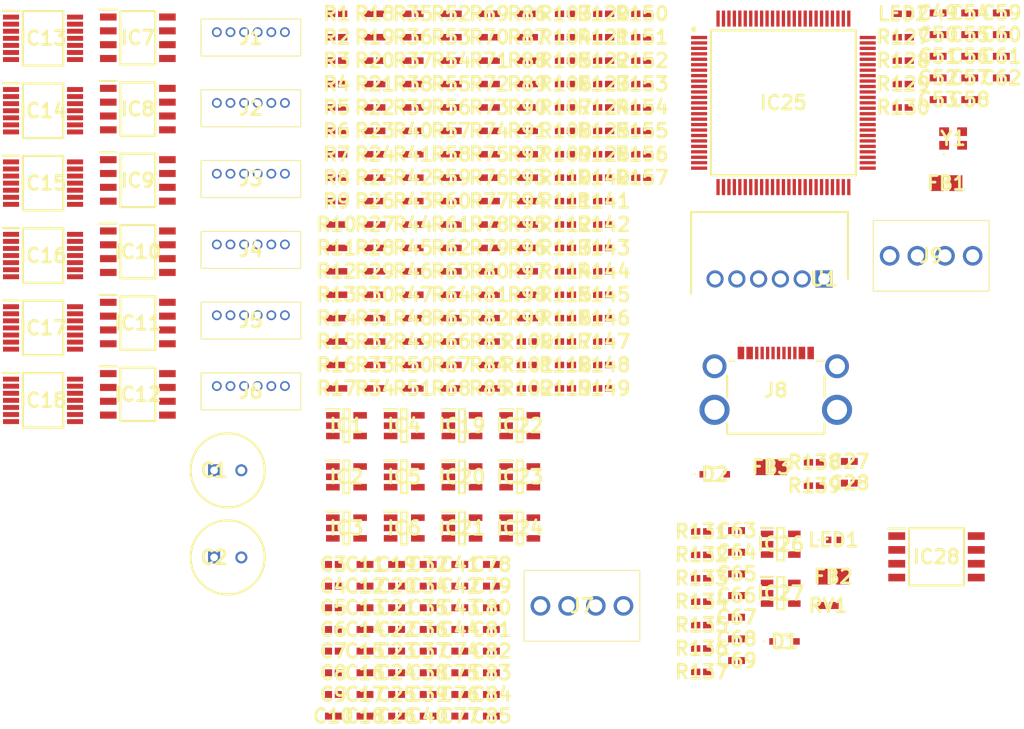
<source format=kicad_pcb>
(kicad_pcb (version 20221018) (generator pcbnew)
  (layers (0 "F.Cu" mixed) (1 "In1.Cu" power) (2 "In2.Cu" mixed) (3 "In3.Cu" power) (4 "In4.Cu" power) (31 "B.Cu" mixed) (34 "B.Paste" user) (35 "F.Paste" user) (36 "B.SilkS" user "B.Silkscreen") (37 "F.SilkS" user "F.Silkscreen") (38 "B.Mask" user) (39 "F.Mask" user) (44 "Edge.Cuts" user))
  (net 0 "")
  (net 1 "GND")
  (net 2 "-12V")
  (net 3 "/Analog Signal Conditioner (ASC)/OUT_INS_6")
  (net 4 "Net-(C63-Pad)")
  (net 5 "/Analog Signal Conditioner (ASC)/OUT_1_6")
  (net 6 "Net-(IC1--)")
  (net 7 "/Analog Signal Conditioner (ASC)/OUT_INS_1")
  (net 8 "Net-(IC2--)")
  (net 9 "/Analog Signal Conditioner (ASC)/OUT_1_1")
  (net 10 "Net-(IC3--)")
  (net 11 "/Analog Signal Conditioner (ASC)/OUT_INS_2")
  (net 12 "Net-(IC4--)")
  (net 13 "/Analog Signal Conditioner (ASC)/OUT_1_2")
  (net 14 "Net-(IC5--)")
  (net 15 "/Analog Signal Conditioner (ASC)/OUT_1_3")
  (net 16 "Net-(IC6--)")
  (net 17 "/Analog Signal Conditioner (ASC)/OUT_INS_4")
  (net 18 "Net-(IC7-Rg-Pad1)")
  (net 19 "/Analog Signal Conditioner (ASC)/OUT_1_4")
  (net 20 "Net-(IC7-Rg-Pad8)")
  (net 21 "/Analog Signal Conditioner (ASC)/OUT_INS_5")
  (net 22 "Net-(IC8-Rg-Pad1)")
  (net 23 "/Analog Signal Conditioner (ASC)/OUT_1_5")
  (net 24 "Net-(IC8-Rg-Pad8)")
  (net 25 "/Analog Signal Conditioner (ASC)/OUT_INS_3")
  (net 26 "Net-(IC9-Rg-Pad1)")
  (net 27 "/Analog Signal Conditioner (ASC)/IN+1_6")
  (net 28 "/Analog Signal Conditioner (ASC)/IN+2_6")
  (net 29 "/Analog Signal Conditioner (ASC)/IN+1_1")
  (net 30 "/Analog Signal Conditioner (ASC)/IN+2_1")
  (net 31 "/Analog Signal Conditioner (ASC)/IN+1_2")
  (net 32 "/Analog Signal Conditioner (ASC)/IN+2_2")
  (net 33 "/Analog Signal Conditioner (ASC)/IN+2_3")
  (net 34 "/Analog Signal Conditioner (ASC)/IN+1_4")
  (net 35 "/Analog Signal Conditioner (ASC)/IN+2_4")
  (net 36 "/Analog Signal Conditioner (ASC)/IN+1_5")
  (net 37 "/Analog Signal Conditioner (ASC)/IN+2_5")
  (net 38 "/Analog Signal Conditioner (ASC)/IN+1_3")
  (net 39 "Net-(IC9-Rg-Pad8)")
  (net 40 "/Analog Signal Conditioner (ASC)/OUT_4_2")
  (net 41 "/Analog Signal Conditioner (ASC)/IN+4_2")
  (net 42 "Net-(IC10-Rg-Pad1)")
  (net 43 "Net-(IC10-Rg-Pad8)")
  (net 44 "/Analog Signal Conditioner (ASC)/IN+4_3")
  (net 45 "Net-(IC11-Rg-Pad1)")
  (net 46 "/Analog Signal Conditioner (ASC)/OUT_4_4")
  (net 47 "/Analog Signal Conditioner (ASC)/IN+4_4")
  (net 48 "Net-(IC11-Rg-Pad8)")
  (net 49 "/Analog Signal Conditioner (ASC)/OUT_4_1")
  (net 50 "/Analog Signal Conditioner (ASC)/IN+4_1")
  (net 51 "Net-(IC12-Rg-Pad1)")
  (net 52 "/Analog Signal Conditioner (ASC)/OUT_3_2")
  (net 53 "/Analog Signal Conditioner (ASC)/IN+3_2")
  (net 54 "Net-(IC12-Rg-Pad8)")
  (net 55 "/Analog Signal Conditioner (ASC)/OUT_3_3")
  (net 56 "/Analog Signal Conditioner (ASC)/IN+3_3")
  (net 57 "/Analog Signal Conditioner (ASC)/ASC-OUT_2")
  (net 58 "/Analog Signal Conditioner (ASC)/OUT_4_5")
  (net 59 "/Analog Signal Conditioner (ASC)/IN+4_5")
  (net 60 "/Analog Signal Conditioner (ASC)/ASC-OUT_4")
  (net 61 "/Analog Signal Conditioner (ASC)/OUT_4_6")
  (net 62 "/Analog Signal Conditioner (ASC)/IN+4_6")
  (net 63 "/Analog Signal Conditioner (ASC)/ASC-OUT_1")
  (net 64 "/Analog Signal Conditioner (ASC)/OUT_3_4")
  (net 65 "/Analog Signal Conditioner (ASC)/IN+3_4")
  (net 66 "/Analog Signal Conditioner (ASC)/ASC-OUT_6")
  (net 67 "/Analog Signal Conditioner (ASC)/OUT_3_1")
  (net 68 "/Analog Signal Conditioner (ASC)/IN+3_1")
  (net 69 "/Analog Signal Conditioner (ASC)/ASC-OUT_5")
  (net 70 "/Analog Signal Conditioner (ASC)/OUT_3_5")
  (net 71 "/Analog Signal Conditioner (ASC)/IN+3_5")
  (net 72 "/MCU/ADC1_IN1_USER1")
  (net 73 "/Analog Signal Conditioner (ASC)/OUT_3_6")
  (net 74 "/Analog Signal Conditioner (ASC)/IN+3_6")
  (net 75 "+3.3V")
  (net 76 "Net-(IC25-VDDA)")
  (net 77 "Net-(IC25-PF0-OSC_IN)")
  (net 78 "Net-(Y1-X2)")
  (net 79 "/MCU/NRST")
  (net 80 "/MCU/ADC1_IN2_USER2")
  (net 81 "+5V")
  (net 82 "Net-(IC26-EN)")
  (net 83 "/MCU/ADC2_IN3_USER1")
  (net 84 "EMG_1-")
  (net 85 "EMG_1+")
  (net 86 "+12V")
  (net 87 "/MCU/ADC2_IN4_USER2")
  (net 88 "/MCU/ADC3_IN5_USER1")
  (net 89 "EMG_3-")
  (net 90 "EMG_3+")
  (net 91 "REF_3")
  (net 92 "/MCU/ADC3_IN6_USER2")
  (net 94 "EMG_4-")
  (net 95 "EMG_4+")
  (net 96 "REF_4")
  (net 99 "EMG_5-")
  (net 100 "EMG_5+")
  (net 101 "REF_5")
  (net 104 "EMG_2-")
  (net 105 "EMG_2+")
  (net 106 "REF_2")
  (net 109 "EMG_6-")
  (net 110 "EMG_6+")
  (net 111 "REF_6")
  (net 113 "REF_1")
  (net 120 "/Analog Signal Conditioner (ASC)/IN-1_2")
  (net 121 "/Analog Signal Conditioner (ASC)/IN-2_2")
  (net 122 "/Analog Signal Conditioner (ASC)/OUT_2_2")
  (net 123 "/Analog Signal Conditioner (ASC)/IN-3_2")
  (net 124 "/Analog Signal Conditioner (ASC)/IN-4_2")
  (net 125 "/Analog Signal Conditioner (ASC)/IN-1_3")
  (net 126 "/Analog Signal Conditioner (ASC)/IN-2_3")
  (net 127 "/Analog Signal Conditioner (ASC)/OUT_2_3")
  (net 128 "/Analog Signal Conditioner (ASC)/IN-3_3")
  (net 129 "/Analog Signal Conditioner (ASC)/IN-4_3")
  (net 130 "/Analog Signal Conditioner (ASC)/IN-1_4")
  (net 131 "/Analog Signal Conditioner (ASC)/IN-2_4")
  (net 132 "/Analog Signal Conditioner (ASC)/OUT_2_4")
  (net 133 "/Analog Signal Conditioner (ASC)/IN-3_4")
  (net 134 "/Analog Signal Conditioner (ASC)/IN-4_4")
  (net 135 "/Analog Signal Conditioner (ASC)/IN-1_1")
  (net 136 "/Analog Signal Conditioner (ASC)/IN-2_1")
  (net 137 "/Analog Signal Conditioner (ASC)/OUT_2_1")
  (net 138 "/Analog Signal Conditioner (ASC)/IN-3_1")
  (net 139 "/Analog Signal Conditioner (ASC)/IN-4_1")
  (net 140 "/Analog Signal Conditioner (ASC)/IN-1_5")
  (net 141 "/Analog Signal Conditioner (ASC)/IN-2_5")
  (net 142 "/Analog Signal Conditioner (ASC)/OUT_2_5")
  (net 143 "/Analog Signal Conditioner (ASC)/IN-3_5")
  (net 144 "/Analog Signal Conditioner (ASC)/IN-4_5")
  (net 145 "/Analog Signal Conditioner (ASC)/IN-1_6")
  (net 146 "/Analog Signal Conditioner (ASC)/IN-2_6")
  (net 147 "/Analog Signal Conditioner (ASC)/OUT_2_6")
  (net 148 "/Analog Signal Conditioner (ASC)/IN-3_6")
  (net 149 "/Analog Signal Conditioner (ASC)/IN-4_6")
  (net 151 "/Analog Signal Conditioner (ASC)/IN-1_3_2")
  (net 153 "/Analog Signal Conditioner (ASC)/IN-1_3_3")
  (net 155 "/Analog Signal Conditioner (ASC)/IN-1_3_4")
  (net 157 "/Analog Signal Conditioner (ASC)/IN-1_3_1")
  (net 158 "Net-(LED2-Pad1)")
  (net 159 "/Analog Signal Conditioner (ASC)/IN-1_3_5")
  (net 160 "/Analog Signal Conditioner (ASC)/IN-1_3_6")
  (net 164 "Net-(IC25-PE5)")
  (net 169 "/SCLK_DRV")
  (net 171 "Net-(IC25-PF1-OSC_OUT)")
  (net 179 "/MCU/DAC1_OUT1_Osc")
  (net 180 "/MCU/DAC1_OUT2_Osc")
  (net 195 "/SCS5_DRV")
  (net 197 "/SDATO_DRV")
  (net 198 "/SDATI_DRV")
  (net 201 "/SCS4_DRV")
  (net 203 "/SCS3_DRV")
  (net 205 "/SCS2_DRV")
  (net 207 "/SCS1_DRV")
  (net 214 "/MCU/USB-FS_D_N")
  (net 215 "/MCU/USB-FS_D_P")
  (net 216 "/MCU/SWDIO")
  (net 217 "/MCU/SWCLK")
  (net 219 "/FLASH/SPI3_SCK_Flash")
  (net 220 "/FLASH/SPI3_SO_Flash")
  (net 221 "/FLASH/SPI3_SI_Flash")
  (net 223 "/FLASH/Chip-Enable-I{slash}O")
  (net 225 "/FLASH/Write_Protect_I{slash}O")
  (net 227 "/FLASH/RST{slash}HLD-I{slash}O")
  (net 230 "/MCU/SWO")
  (net 235 "Net-(IC25-PB8-BOOT0)")
  (net 239 "Net-(IC26-OUT)")
  (net 240 "Net-(IC27-OUT)")
  (net 241 "Net-(J8-CC1)")
  (net 243 "Net-(J8-CC2)")
  (net 245 "Net-(LED1-Pad1)")
  (footprint "Fermion_1:RES0402" (layer "F.Cu") (at 490 177.175)
    (fp_text reference "R35")
    (fp_text value "23K2" hide)
  )
  (footprint "Fermion_1:RES0402" (layer "F.Cu") (at 486.5 200.825)
    (fp_text reference "R29")
    (fp_text value "3K48" hide)
  )
  (footprint "Fermion_1:RES0402" (layer "F.Cu") (at 516.5 231.165)
    (fp_text reference "R134")
    (fp_text value "1K" hide)
  )
  (footprint "Fermion_1:0402CAP" (layer "F.Cu") (at 519.7 226.625)
    (fp_text reference "C64")
    (fp_text value "100pF/6V3" hide)
  )
  (footprint "Fermion_1:0402CAP" (layer "F.Cu") (at 488.5 227.745)
    (fp_text reference "C19")
    (fp_text value "0u1F/6V3" hide)
  )
  (footprint "Fermion_1:RES0402" (layer "F.Cu") (at 483 211.575)
    (fp_text reference "R17")
    (fp_text value "22K_1%" hide)
  )
  (footprint "Fermion_1:IC_NCS21911SN2T1" (layer "F.Cu") (at 499.8 219.7)
    (fp_text reference "IC23")
    (fp_text value "IC_NCS21911SN2T1G" hide)
  )
  (footprint "Fermion_1:IC_NCS21911SN2T1" (layer "F.Cu") (at 499.8 224.4)
    (fp_text reference "IC24")
    (fp_text value "IC_NCS21911SN2T1G" hide)
  )
  (footprint "Fermion_1:0402CAP" (layer "F.Cu") (at 494.3 229.735)
    (fp_text reference "C42")
    (fp_text value "82nF/6V3" hide)
  )
  (footprint "Fermion_1:RES0402" (layer "F.Cu") (at 516.5 226.865)
    (fp_text reference "R132")
    (fp_text value "1K" hide)
  )
  (footprint "Fermion_1:RES0402" (layer "F.Cu") (at 497 187.925)
    (fp_text reference "R74")
    (fp_text value "5K36" hide)
  )
  (footprint "Fermion_1:RES0402" (layer "F.Cu") (at 500.5 179.325)
    (fp_text reference "R87")
    (fp_text value "2K" hide)
  )
  (footprint "Fermion_1:RES0402" (layer "F.Cu") (at 490 179.325)
    (fp_text reference "R36")
    (fp_text value "23K2" hide)
  )
  (footprint "Fermion_1:RES0402" (layer "F.Cu") (at 511 187.925)
    (fp_text reference "R155")
    (fp_text value "10K" hide)
  )
  (footprint "Fermion_1:0402CAP" (layer "F.Cu") (at 541.1 179.085)
    (fp_text reference "C55")
    (fp_text value "100nF/6V3" hide)
  )
  (footprint "Fermion_1:0402CAP" (layer "F.Cu") (at 538.2 183.065)
    (fp_text reference "C52")
    (fp_text value "100nF/6V3" hide)
  )
  (footprint "Fermion_1:RES0402" (layer "F.Cu") (at 483 190.075)
    (fp_text reference "R7")
    (fp_text value "22K_1%" hide)
  )
  (footprint "Fermion_1:IC_AD620ARZ" (layer "F.Cu") (at 464.75 212.125)
    (fp_text reference "IC12")
    (fp_text value "IC_AD620ARZ" hide)
  )
  (footprint "Fermion_1:0402CAP" (layer "F.Cu") (at 494.3 239.685)
    (fp_text reference "C76")
    (fp_text value "30nF/6V3" hide)
  )
  (footprint "Fermion_1:BEADC2012X110N" (layer "F.Cu") (at 538.975 192.725)
    (fp_text reference "FB1")
    (fp_text value "100R_BEADC0603X33N" hide)
  )
  (footprint "Fermion_1:0402CAP" (layer "F.Cu") (at 482.7 229.735)
    (fp_text reference "C4")
    (fp_text value "1uF/6V3" hide)
  )
  (footprint "Fermion_1:0402CAP" (layer "F.Cu") (at 488.5 237.695)
    (fp_text reference "C24")
    (fp_text value "0u1F/6V3" hide)
  )
  (footprint "Fermion_1:0402CAP" (layer "F.Cu") (at 488.5 239.685)
    (fp_text reference "C25")
    (fp_text value "0u1F/6V3" hide)
  )
  (footprint "Fermion_1:0402CAP" (layer "F.Cu") (at 544 183.065)
    (fp_text reference "C62")
    (fp_text value "100pF/6V3" hide)
  )
  (footprint "Fermion_1:RES0402" (layer "F.Cu") (at 483 177.175)
    (fp_text reference "R1")
    (fp_text value "1M_1%" hide)
  )
  (footprint "Fermion_1:0402CAP" (layer "F.Cu") (at 541.1 185.055)
    (fp_text reference "C58")
    (fp_text value "100nF/6V3" hide)
  )
  (footprint "Fermion_1:0402CAP" (layer "F.Cu") (at 482.7 237.695)
    (fp_text reference "C8")
    (fp_text value "1uF/6V3" hide)
  )
  (footprint "Fermion_1:0402CAP" (layer "F.Cu") (at 491.4 241.675)
    (fp_text reference "C40")
    (fp_text value "82nF/6V3" hide)
  )
  (footprint "Fermion_1:0402CAP" (layer "F.Cu") (at 485.6 235.705)
    (fp_text reference "C15")
    (fp_text value "0u1F/6V3" hide)
  )
  (footprint "Fermion_1:RES0402" (layer "F.Cu") (at 507.5 209.425)
    (fp_text reference "R148")
    (fp_text value "10K" hide)
  )
  (footprint "Fermion_1:RES0402" (layer "F.Cu") (at 507.5 202.975)
    (fp_text reference "R145")
    (fp_text value "10K" hide)
  )
  (footprint "Fermion_1:RES0402" (layer "F.Cu") (at 493.5 205.125)
    (fp_text reference "R65")
    (fp_text value "3K" hide)
  )
  (footprint "Fermion_1:RES0402" (layer "F.Cu") (at 511 181.475)
    (fp_text reference "R152")
    (fp_text value "10K" hide)
  )
  (footprint "Fermion_1:BEADC2012X110N" (layer "F.Cu") (at 528.575 228.865)
    (fp_text reference "FB2")
    (fp_text value "100R_BEADC0603X33N" hide)
  )
  (footprint "Fermion_1:RES0402" (layer "F.Cu") (at 486.5 202.975)
    (fp_text reference "R30")
    (fp_text value "3K48" hide)
  )
  (footprint "Fermion_1:RES0402" (layer "F.Cu") (at 500.5 177.175)
    (fp_text reference "R86")
    (fp_text value "1K" hide)
  )
  (footprint "Fermion_1:RES0402" (layer "F.Cu") (at 507.5 198.675)
    (fp_text reference "R143")
    (fp_text value "10K" hide)
  )
  (footprint "Fermion_1:RES0402" (layer "F.Cu") (at 486.5 183.625)
    (fp_text reference "R21")
    (fp_text value "10K" hide)
  )
  (footprint "Fermion_1:IC_AD620ARZ" (layer "F.Cu") (at 464.75 185.925)
    (fp_text reference "IC8")
    (fp_text value "IC_AD620ARZ" hide)
  )
  (footprint "Fermion_1:RES0402" (layer "F.Cu") (at 504 185.775)
    (fp_text reference "R107")
    (fp_text value "10K" hide)
  )
  (footprint "Fermion_1:RES0402" (layer "F.Cu") (at 504 211.575)
    (fp_text reference "R119")
    (fp_text value "2K" hide)
  )
  (footprint "Fermion_1:0402CAP" (layer "F.Cu") (at 494.3 233.715)
    (fp_text reference "C44")
    (fp_text value "82nF/6V3" hide)
  )
  (footprint "Fermion_1:VARC1005X41N_ESDsup" (layer "F.Cu") (at 528.1 231.515)
    (fp_text reference "RV1")
    (fp_text value "ESDSupressor" hide)
  )
  (footprint "Fermion_1:0402CAP" (layer "F.Cu") (at 497.2 229.735)
    (fp_text reference "C79")
    (fp_text value "30nF/6V3" hide)
  )
  (footprint "Fermion_1:0402CAP" (layer "F.Cu") (at 485.6 229.735)
    (fp_text reference "C12")
    (fp_text value "1uF/6V3" hide)
  )
  (footprint "Fermion_1:RES0402" (layer "F.Cu") (at 483 198.675)
    (fp_text reference "R11")
    (fp_text value "22K_1%" hide)
  )
  (footprint "Fermion_1:RES0402" (layer "F.Cu") (at 483 185.775)
    (fp_text reference "R5")
    (fp_text value "1M_1%" hide)
  )
  (footprint "Fermion_1:RES0402" (layer "F.Cu") (at 497 196.525)
    (fp_text reference "R78")
    (fp_text value "5K36" hide)
  )
  (footprint "Fermion_1:6p_male_DF136P125DSA" (layer "F.Cu") (at 472 185.36)
    (fp_text reference "J2")
    (fp_text value "6P_Male_Conn_DF13-1.25DSA" hide)
  )
  (footprint "Fermion_1:LDO_SOT95P280X145-5N" (layer "F.Cu") (at 523.75 225.89)
    (fp_text reference "IC26")
    (fp_text value "IC_LDK320AM-R" hide)
  )
  (footprint "Fermion_1:RES0402" (layer "F.Cu") (at 535 183.625)
    (fp_text reference "R129")
    (fp_text value "1K" hide)
  )
  (footprint "Fermion_1:0402CAP" (layer "F.Cu") (at 485.6 241.675)
    (fp_text reference "C18")
    (fp_text value "0u1F/6V3" hide)
  )
  (footprint "Fermion_1:0402CAP" (layer "F.Cu") (at 494.3 241.675)
    (fp_text reference "C77")
    (fp_text value "30nF/6V3" hide)
  )
  (footprint "Fermion_1:0402CAP" (layer "F.Cu") (at 519.7 232.595)
    (fp_text reference "C67")
    (fp_text value "1uF/6V3" hide)
  )
  (footprint "Fermion_1:IC_NCS21911SN2T1" (layer "F.Cu") (at 494.5 224.4)
    (fp_text reference "IC21")
    (fp_text value "IC_NCS21911SN2T1G" hide)
  )
  (footprint "Fermion_1:6p_male_DF136P125DSA" (layer "F.Cu") (at 472 204.86)
    (fp_text reference "J5")
    (fp_text value "6P_Male_Conn_DF13-1.25DSA" hide)
  )
  (footprint "Fermion_1:0402CAP" (layer "F.Cu") (at 541.1 177.095)
    (fp_text reference "C54")
    (fp_text value "100nF/6V3" hide)
  )
  (footprint "Fermion_1:RES0402" (layer "F.Cu") (at 504 181.475)
    (fp_text reference "R105")
    (fp_text value "10K" hide)
  )
  (footprint "Fermion_1:IC_AD620ARZ" (layer "F.Cu") (at 464.75 199.025)
    (fp_text reference "IC10")
    (fp_text value "IC_AD620ARZ" hide)
  )
  (footprint "Fermion_1:RES0402" (layer "F.Cu") (at 500.5 183.625)
    (fp_text reference "R89")
    (fp_text value "2K" hide)
  )
  (footprint "Fermion_1:IC_NCS21911SN2T1" (layer "F.Cu") (at 483.9 224.4)
    (fp_text reference "IC3")
    (fp_text value "IC_NCS21911SN2T1G" hide)
  )
  (footprint "Fermion_1:RES0402" (layer "F.Cu") (at 490 198.675)
    (fp_text reference "R45")
    (fp_text value "3K" hide)
  )
  (footprint "Fermion_1:0402CAP" (layer "F.Cu") (at 485.6 237.695)
    (fp_text reference "C16")
    (fp_text value "0u1F/6V3" hide)
  )
  (footprint "Fermion_1:RES0402" (layer "F.Cu") (at 486.5 190.075)
    (fp_text reference "R24")
    (fp_text value "10K" hide)
  )
  (footprint "Fermion_1:USB-FS_23409011" (layer "F.Cu") (at 523.3 212.395)
    (fp_text reference "J8")
    (fp_text value "USB-FS_2340901-1" hide)
  )
  (footprint "Fermion_1:RES0402" (layer "F.Cu") (at 500.5 181.475)
    (fp_text reference "R88")
    (fp_text value "1K" hide)
  )
  (footprint "Fermion_1:0402CAP" (layer "F.Cu") (at 538.2 179.085)
    (fp_text reference "C50")
    (fp_text value "100nF/6V3" hide)
  )
  (footprint "Fermion_1:RES0402" (layer "F.Cu") (at 483 196.525)
    (fp_text reference "R10")
    (fp_text value "22K_1%" hide)
  )
  (footprint "Fermion_1:RES0402" (layer "F.Cu") (at 500.5 196.525)
    (fp_text reference "R95")
    (fp_text value "2K" hide)
  )
  (footprint "Fermion_1:RES0402" (layer "F.Cu") (at 511 179.325)
    (fp_text reference "R151")
    (fp_text value "10K" hide)
  )
  (footprint "Fermion_1:RES0402" (layer "F.Cu") (at 507.5 200.825)
    (fp_text reference "R144")
    (fp_text value "10K" hide)
  )
  (footprint "Fermion_1:RES0402" (layer "F.Cu") (at 497 185.775)
    (fp_text reference "R73")
    (fp_text value "5K36" hide)
  )
  (footprint "Fermion_1:RES0402" (layer "F.Cu") (at 535 185.775)
    (fp_text reference "R130")
    (fp_text value "1K" hide)
  )
  (footprint "Fermion_1:RES0402" (layer "F.Cu") (at 483 209.425)
    (fp_text reference "R16")
    (fp_text value "22K_1%" hide)
  )
  (footprint "Fermion_1:RES0402" (layer "F.Cu") (at 497 183.625)
    (fp_text reference "R72")
    (fp_text value "1K" hide)
  )
  (footprint "Fermion_1:RES0402" (layer "F.Cu") (at 504 179.325)
    (fp_text reference "R104")
    (fp_text value "10K" hide)
  )
  (footprint "Fermion_1:RES0402" (layer "F.Cu") (at 497 190.075)
    (fp_text reference "R75")
    (fp_text value "5K36" hide)
  )
  (footprint "Fermion_1:6p_male_DF136P125DSA" (layer "F.Cu") (at 472 191.86)
    (fp_text reference "J3")
    (fp_text value "6P_Male_Conn_DF13-1.25DSA" hide)
  )
  (footprint "Fermion_1:RES0402" (layer "F.Cu") (at 493.5 183.625)
    (fp_text reference "R55")
    (fp_text value "82K" hide)
  )
  (footprint "Fermion_1:RES0402" (layer "F.Cu") (at 504 205.125)
    (fp_text reference "R116")
    (fp_text value "1K" hide)
  )
  (footprint "Fermion_1:RES0402" (layer "F.Cu") (at 507.5 179.325)
    (fp_text reference "R121")
    (fp_text value "10K" hide)
  )
  (footprint "Fermion_1:0402CAP" (layer "F.Cu") (at 541.1 183.065)
    (fp_text reference "C57")
    (fp_text value "100nF/6V3" hide)
  )
  (footprint "Fermion_1:IC_NCS21911SN2T1" (layer "F.Cu") (at 489.2 224.4)
    (fp_text reference "IC6")
    (fp_text value "IC_NCS21911SN2T1G" hide)
  )
  (footprint "Fermion_1:RES0402" (layer "F.Cu") (at 516.5 235.465)
    (fp_text reference "R136")
    (fp_text value "47K" hide)
  )
  (footprint "Fermion_1:RES0402" (layer "F.Cu") (at 497 200.825)
    (fp_text reference "R80")
    (fp_text value "5K36" hide)
  )
  (footprint "Fermion_1:0402CAP" (layer "F.Cu") (at 485.6 231.725)
    (fp_text reference "C13")
    (fp_text value "1uF/6V3" hide)
  )
  (footprint "Fermion_1:RES0402" (layer "F.Cu") (at 486.5 198.675)
    (fp_text reference "R28")
    (fp_text value "3K48" hide)
  )
  (footprint "Fermion_1:IC_NCS21911SN2T1" (layer "F.Cu") (at 483.9 219.7)
    (fp_text reference "IC2")
    (fp_text value "IC_NCS21911SN2T1G" hide)
  )
  (footprint "Fermion_1:RES0402" (layer "F.Cu") (at 483 194.375)
    (fp_text reference "R9")
    (fp_text value "22K_1%" hide)
  )
  (footprint "Fermion_1:BAT165AX" (layer "F.Cu") (at 524.1 234.815)
    (fp_text reference "D1")
    (fp_text value "Schottky_BAT165AX" hide)
  )
  (footprint "Fermion_1:0402CAP" (layer "F.Cu") (at 497.2 233.715)
    (fp_text reference "C81")
    (fp_text value "33nF/6V3" hide)
  )
  (footprint "Fermion_1:RES0402" (layer "F.Cu") (at 504 196.525)
    (fp_text reference "R112")
    (fp_text value "1K" hide)
  )
  (footprint "Fermion_1:RES0402" (layer "F.Cu") (at 493.5 198.675)
    (fp_text reference "R62")
    (fp_text value "1K" hide)
  )
  (footprint "Fermion_1:0402CAP" (layer "F.Cu") (at 519.7 224.635)
    (fp_text reference "C63")
    (fp_text value "100pF/6V3" hide)
  )
  (footprint "Fermion_1:4p_ScrewT_2828344" (layer "F.Cu") (at 533.75 199.4)
    (fp_text reference "J9")
    (fp_text value "ScrewT_4P_282834-4" hide)
  )
  (footprint "Fermion_1:RES0402" (layer "F.Cu") (at 504 198.675)
    (fp_text reference "R113")
    (fp_text value "2K" hide)
  )
  (footprint "Fermion_1:0402CAP" (layer "F.Cu") (at 482.7 241.675)
    (fp_text reference "C10")
    (fp_text value "1uF/6V3" hide)
  )
  (footprint "Fermion_1:RES0402" (layer "F.Cu") (at 497 205.125)
    (fp_text reference "R82")
    (fp_text value "5K36" hide)
  )
  (footprint "Fermion_1:RES0402" (layer "F.Cu") (at 500.5 211.575)
    (fp_text reference "R102")
    (fp_text value "10K" hide)
  )
  (footprint "Fermion_1:RES0402" (layer "F.Cu") (at 497 211.575)
    (fp_text reference "R85")
    (fp_text value "2K" hide)
  )
  (footprint "Fermion_1:RES0402" (layer "F.Cu") (at 490 196.525)
    (fp_text reference "R44")
    (fp_text value "3K" hide)
  )
  (footprint "Fermion_1:RES0402" (layer "F.Cu") (at 504 183.625)
    (fp_text reference "R106")
    (fp_text value "10K" hide)
  )
  (footprint "Fermion_1:RES0402" (layer "F.Cu") (at 490 209.425)
    (fp_text reference "R50")
    (fp_text value "95K3" hide)
  )
  (footprint "Fermion_1:RES0402" (layer "F.Cu") (at 486.5 179.325)
    (fp_text reference "R19")
    (fp_text value "10K" hide)
  )
  (footprint "Fermion_1:RES0402" (layer "F.Cu") (at 483 179.325)
    (fp_text reference "R2")
    (fp_text value "1M_1%" hide)
  )
  (footprint "Fermion_1:RES0402" (layer "F.Cu") (at 493.5 209.425)
    (fp_text reference "R67")
    (fp_text value "3K" hide)
  )
  (footprint "Fermion_1:BAT165AX" (layer "F.Cu") (at 517.7 219.465)
    (fp_text reference "D2")
    (fp_text value "Schottky_BAT165AX" hide)
  )
  (footprint "Fermion_1:0402CAP" (layer "F.Cu") (at 519.7 228.615)
    (fp_text reference "C65")
    (fp_text value "100pF/6V3" hide)
  )
  (footprint "Fermion_1:0402CAP" (layer "F.Cu") (at 488.5 241.675)
    (fp_text reference "C26")
    (fp_text value "0u1F/6V3" hide)
  )
  (footprint "Fermion_1:0402CAP" (layer "F.Cu") (at 485.6 233.715)
    (fp_text reference "C14")
    (fp_text value "1uF/6V3" hide)
  )
  (footprint "Fermion_1:RES0402" (layer "F.Cu") (at 486.5 209.425)
    (fp_text reference "R33")
    (fp_text value "23K2" hide)
  )
  (footprint "Fermion_1:RES0402" (layer "F.Cu") (at 490 200.825)
    (fp_text reference "R46")
    (fp_text value "3K" hide)
  )
  (footprint "Fermion_1:RES0402" (layer "F.Cu") (at 490 192.225)
    (fp_text reference "R42")
    (fp_text value "3K" hide)
  )
  (footprint "Fermion_1:RES0402" (layer "F.Cu") (at 493.5 181.475)
    (fp_text reference "R54")
    (fp_text value "95K3" hide)
  )
  (footprint "Fermion_1:RES0402" (layer "F.Cu") (at 497 207.275)
    (fp_text reference "R83")
    (fp_text value "5K36" hide)
  )
  (footprint "Fermion_1:RES0402" (layer "F.Cu") (at 500.5 202.975)
    (fp_text reference "R98")
    (fp_text value "10K" hide)
  )
  (footprint "Fermion_1:RES0402" (layer "F.Cu") (at 507.5 207.275)
    (fp_text reference "R147")
    (fp_text value "10K" hide)
  )
  (footprint "Fermion_1:0402CAP" (layer "F.Cu") (at 482.7 231.725)
    (fp_text reference "C5")
    (fp_text value "1uF/6V3" hide)
  )
  (footprint "Fermion_1:RES0402" (layer "F.Cu") (at 490 205.125)
    (fp_text reference "R48")
    (fp_text value "3K" hide)
  )
  (footprint "Fermion_1:0402CAP" (layer "F.Cu") (at 497.2 231.725)
    (fp_text reference "C80")
    (fp_text value "33nF/6V3" hide)
  )
  (footprint "Fermion_1:RES0402" (layer "F.Cu") (at 500.5 200.825)
    (fp_text reference "R97")
    (fp_text value "10K" hide)
  )
  (footprint "Fermion_1:RES0402" (layer "F.Cu") (at 497 194.375)
    (fp_text reference "R77")
    (fp_text value "5K36" hide)
  )
  (footprint "Fermion_1:RES0402" (layer "F.Cu") (at 500.5 198.675)
    (fp_text reference "R96")
    (fp_text value "1K" hide)
  )
  (footprint "Fermion_1:RES0402" (layer "F.Cu") (at 486.5 185.775)
    (fp_text reference "R22")
    (fp_text value "10K" hide)
  )
  (footprint "Fermion_1:RES0402" (layer "F.Cu") (at 493.5 179.325)
    (fp_text reference "R53")
    (fp_text value "95K3" hide)
  )
  (footprint "Fermion_1:RES0402" (layer "F.Cu") (at 493.5 190.075)
    (fp_text reference "R58")
    (fp_text value "82K" hide)
  )
  (footprint "Fermion_1:RES0402" (layer "F.Cu") (at 483 200.825)
    (fp_text reference "R12")
    (fp_text value "22K_1%" hide)
  )
  (footprint "Fermion_1:RES0402" (layer "F.Cu") (at 526.85 218.365)
    (fp_text reference "R138")
    (fp_text value "5K1" hide)
  )
  (footprint "Fermion_1:RES0402" (layer "F.Cu") (at 497 192.225)
    (fp_text reference "R76")
    (fp_text value "5K36" hide)
  )
  (footprint "Fermion_1:RES0402" (layer "F.Cu") (at 483 205.125)
    (fp_text reference "R14")
    (fp_text value "22K_1%" hide)
  )
  (footprint "Fermion_1:IC_NCS21911SN2T1" (layer "F.Cu") (at 494.5 219.7)
    (fp_text reference "IC20")
    (fp_text value "IC_NCS21911SN2T1G" hide)
  )
  (footprint "Fermion_1:RES0402" (layer "F.Cu") (at 490 202.975)
    (fp_text reference "R47")
    (fp_text value "3K" hide)
  )
  (footprint "Fermion_1:IC_NCS21911SN2T1" (layer "F.Cu") (at 499.8 215)
    (fp_text reference "IC22")
    (fp_text value "IC_NCS21911SN2T1G" hide)
  )
  (footprint "Fermion_1:RES0402" (layer "F.Cu") (at 490 185.775)
    (fp_text reference "R39")
    (fp_text value "3K" hide)
  )
  (footprint "Fermion_1:RES0402" (layer "F.Cu") (at 486.5 207.275)
    (fp_text reference "R32")
    (fp_text value "23K2" hide)
  )
  (footprint "Fermion_1:0402CAP" (layer "F.Cu") (at 497.2 227.745)
    (fp_text reference "C78")
    (fp_text value "30nF/6V3" hide)
  )
  (footprint "Fermion_1:LM324_SOP65P640X120-14N" (layer "F.Cu") (at 456.05 179.425)
    (fp_text reference "IC13")
    (fp_text value "IC_LM324PT" hide)
  )
  (footprint "Fermion_1:0402CAP" (layer "F.Cu") (at 482.7 233.715)
    (fp_text reference "C6")
    (fp_text value "1uF/6V3" hide)
  )
  (footprint "Fermion_1:RES0402" (layer "F.Cu") (at 504 187.925)
    (fp_text reference "R108")
    (fp_text value "10K" hide)
  )
  (footprint "Fermion_1:RES0402" (layer "F.Cu") (at 504 207.275)
    (fp_text reference "R117")
    (fp_text value "2K" hide)
  )
  (footprint "Fermion_1:6p_male_DF136P125DSA" (layer "F.Cu") (at 472 211.36)
    (fp_text reference "J6")
    (fp_text value "6P_Male_Conn_DF13-1.25DSA" hide)
  )
  (footprint "Fermion_1:RES0402" (layer "F.Cu") (at 493.5 196.525)
    (fp_text reference "R61")
    (fp_text value "3K" hide)
  )
  (footprint "Fermion_1:4p_ScrewT_2828344" (layer "F.Cu") (at 501.7 231.55)
    (fp_text reference "J7")
    (fp_text value "ScrewT_4P_282834-4" hide)
  )
  (footprint "Fermion_1:IC_NCS21911SN2T1" (layer "F.Cu") (at 489.2 215)
    (fp_text reference "IC4")
    (fp_text value "IC_NCS21911SN2T1G" hide)
  )
  (footprint "Fermion_1:RES0402" (layer "F.Cu") (at 511 192.225)
    (fp_text reference "R157")
    (fp_text value "10K" hide)
  )
  (footprint "Fermion_1:0402CAP" (layer "F.Cu") (at 497.2 237.695)
    (fp_text reference "C83")
    (fp_text value "33nF/6V3" hide)
  )
  (footprint "Fermion_1:0402CAP" (layer "F.Cu") (at 485.6 227.745)
    (fp_text reference "C11")
    (fp_text value "1uF/6V3" hide)
  )
  (footprint "Fermion_1:LDO_SOT95P280X145-5N" (layer "F.Cu") (at 523.75 230.39)
    (fp_text reference "IC27")
    (fp_text value "IC_LDK320AM-R" hide)
  )
  (footprint "Fermion_1:RES0402" (layer "F.Cu") (at 507.5 187.925)
    (fp_text reference "R125")
    (fp_text value "10K" hide)
  )
  (footprint "Fermion_1:CAPPRD250W50D680H1250-Electrolytic" (layer "F.Cu") (at 471.75 219.1)
    (fp_text reference "C1")
    (fp_text value "C_pol_1uF/6V3" hide)
  )
  (footprint "Fermion_1:0402CAP" (layer "F.Cu") (at 544 177.095)
    (fp_text reference "C59")
    (fp_text value "100nF/6V3" hide)
  )
  (footprint "Fermion_1:RES0402" (layer "F.Cu") (at 493.5 185.775)
    (fp_text reference "R56")
    (fp_text value "82K" hide)
  )
  (footprint "Fermion_1:0402CAP" (layer "F.Cu") (at 488.5 231.725)
    (fp_text reference "C21")
    (fp_text value "0u1F/6V3" hide)
  )
  (footprint "Fermion_1:RES0402" (layer "F.Cu") (at 507.5 205.125)
    (fp_text reference "R146")
    (fp_text value "10K" hide)
  )
  (footprint "Fermion_1:RES0402" (layer "F.Cu") (at 493.5 200.825)
    (fp_text reference "R63")
    (fp_text value "3K" hide)
  )
  (footprint "Fermion_1:0402CAP" (layer "F.Cu") (at 491.4 227.745)
    (fp_text reference "C32")
    (fp_text value "12nF/6V3" hide)
  )
  (footprint "Fermion_1:RES0402" (layer "F.Cu") (at 483 181.475)
    (fp_text reference "R3")
    (fp_text value "1M_1%" hide)
  )
  (footprint "Fermion_1:RES0402" (layer "F.Cu") (at 516.5 233.315)
    (fp_text reference "R135")
    (fp_text value "10K" hide)
  )
  (footprint "Fermion_1:0402CAP" (layer "F.Cu") (at 519.7 236.575)
    (fp_text reference "C69")
    (fp_text value "1uF/6V3" hide)
  )
  (footprint "Fermion_1:0402CAP" (layer "F.Cu") (at 494.3 231.725)
    (fp_text reference "C43")
    (fp_text value "82nF/6V3" hide)
  )
  (footprint "Fermion_1:CAPPRD250W50D680H1250-Electrolytic" (layer "F.Cu") (at 471.75 227.1)
    (fp_text reference "C2")
    (fp_text value "C_pol_1uF/6V3" hide)
  )
  (footprint "Fermion_1:RES0402" (layer "F.Cu") (at 526.85 220.515)
    (fp_text reference "R139")
    (fp_text value "5K1" hide)
  )
  (footprint "Fermion_1:RES0402" (layer "F.Cu") (at 486.5 192.225)
    (fp_text reference "R25")
    (fp_text value "3K48" hide)
  )
  (footprint "Fermion_1:ABM10_XTAL" (layer "F.Cu") (at 539.575 188.625)
    (fp_text reference "Y1")
    (fp_text value "XTAL_ABM10-16MHZ-D30-T3" hide)
  )
  (footprint "Fermion_1:RES0402" (layer "F.Cu") (at 504 200.825)
    (fp_text reference "R114")
    (fp_text value "1K" hide)
  )
  (footprint "Fermion_1:RES0402" (layer "F.Cu") (at 493.5 187.925)
    (fp_text reference "R57")
    (fp_text value "82K" hide)
  )
  (footprint "Fermion_1:RES0402" (layer "F.Cu") (at 504 192.225)
    (fp_text reference "R110")
    (fp_text value "1K" hide)
  )
  (footprint "Fermion_1:RES0402" (layer "F.Cu") (at 486.5 187.925)
    (fp_text reference "R23")
    (fp_text value "10K" hide)
  )
  (footprint "Fermion_1:RES0402" (layer "F.Cu") (at 490 190.075)
    (fp_text reference "R41")
    (fp_text value "3K" hide)
  )
  (footprint "Fermion_1:RES0402" (layer "F.Cu") (at 535 177.175)
    (fp_text reference "LED2")
    (fp_text value "LED_R" hide)
  )
  (footprint "Fermion_1:6p_male_DF136P125DSA" (layer "F.Cu") (at 472 178.86)
    (fp_text reference "J1")
    (fp_text value "6P_Male_Conn_DF13-1.25DSA" hide)
  )
  (footprint "Fermion_1:RES0402" (layer "F.Cu") (at 507.5 185.775)
    (fp_text reference "R124")
    (fp_text value "10K" hide)
  )
  (footprint "Fermion_1:RES0402" (layer "F.Cu") (at 507.5 190.075)
    (fp_text reference "R126")
    (fp_text value "10K" hide)
  )
  (footprint "Fermion_1:6p_male_DF136P125DSA" (layer "F.Cu") (at 472 198.36)
    (fp_text reference "J4")
    (fp_text value "6P_Male_Conn_DF13-1.25DSA" hide)
  )
  (footprint "Fermion_1:RES0402" (layer "F.Cu") (at 507.5 181.475)
    (fp_text reference "R122")
    (fp_text value "10K" hide)
  )
  (footprint "Fermion_1:0402CAP" (layer "F.Cu") (at 497.2 235.705)
    (fp_text reference "C82")
    (fp_text value "33nF/6V3" hide)
  )
  (footprint "Fermion_1:0402CAP" (layer "F.Cu") (at 544 179.085)
    (fp_text reference "C60")
    (fp_text value "100pF/6V3" hide)
  )
  (footprint "Fermion_1:RES0402" (layer "F.Cu") (at 497 198.675)
    (fp_text reference "R79")
    (fp_text value "5K36" hide)
  )
  (footprint "Fermion_1:RES0402" (layer "F.Cu") (at 497 202.975)
    (fp_text reference "R81")
    (fp_text value "5K36" hide)
  )
  (footprint "Fermion_1:RES0402" (layer "F.Cu") (at 511 183.625)
    (fp_text reference "R153")
    (fp_text value "10K" hide)
  )
  (footprint "Fermion_1:0402CAP" (layer "F.Cu") (at 530.05 220.275)
    (fp_text reference "C28")
    (fp_text value "100nF/6V3" hide)
  )
  (footprint "Fermion_1:RES0402" (layer "F.Cu") (at 511 185.775)
    (fp_text reference "R154")
    (fp_text value "10K" hide)
  )
  (footprint "Fermion_1:0402CAP" (layer "F.Cu") (at 497.2 239.685)
    (fp_text reference "C84")
    (fp_text value "33nF/6V3" hide)
  )
  (footprint "Fermion_1:RES0402" (layer "F.Cu") (at 511 190.075)
    (fp_text reference "R156")
    (fp_text value "10K" hide)
  )
  (footprint "Fermion_1:RES0402" (layer "F.Cu") (at 500.5 185.775)
    (fp_text reference "R90")
    (fp_text value "1K" hide)
  )
  (footprint "Fermion_1:0402CAP" (layer "F.Cu") (at 530.05 218.285)
    (fp_text reference "C27")
    (fp_text value "100nF/6V3" hide)
  )
  (footprint "Fermion_1:SMLP14ECNWT86-LED" (layer "F.Cu") (at 528.6 225.49)
    (fp_text reference "LED1")
    (fp_text value "LED_G" hide)
  )
  (footprint "Fermion_1:0402CAP" (layer "F.Cu") (at 494.3 235.705)
    (fp_text reference "C74")
    (fp_text value "30nF/6V3" hide)
  )
  (footprint "Fermion_1:RES0402" (layer "F.Cu") (at 535 181.475)
    (fp_text reference "R128")
    (fp_text value "1K" hide)
  )
  (footprint "Fermion_1:RES0402" (layer "F.Cu") (at 500.5 190.075)
    (fp_text reference "R92")
    (fp_text value "1K" hide)
  )
  (footprint "Fermion_1:LM324_SOP65P640X120-14N" (layer "F.Cu") (at 456.05 206.025)
    (fp_text reference "IC17")
    (fp_text value "IC_LM324PT" hide)
  )
  (footprint "Fermion_1:0402CAP" (layer "F.Cu") (at 482.7 239.685)
    (fp_text reference "C9")
    (fp_text value "1uF/6V3" hide)
  )
  (footprint "Fermion_1:0402CAP" (layer "F.Cu") (at 485.6 239.685)
    (fp_text reference "C17")
    (fp_text value "0u1F/6V3" hide)
  )
  (footprint "Fermion_1:RES0402" (layer "F.Cu") (at 500.5 207.275)
    (fp_text reference "R100")
    (fp_text value "10K" hide)
  )
  (footprint "Fermion_1:RES0402" (layer "F.Cu") (at 486.5 194.375)
    (fp_text reference "R26")
    (fp_text value "3K48" hide)
  )
  (footprint "Fermion_1:RES0402" (layer "F.Cu") (at 507.5 183.625)
    (fp_text reference "R123")
    (fp_text value "10K" hide)
  )
  (footprint "Fermion_1:Flash_SOIC127P794X203-8N" (layer "F.Cu") (at 538.05 227.045)
    (fp_text reference "IC28")
    (fp_text value "IC_Flash_8MB_SST26WF064C-104I_SM" hide)
  )
  (footprint "Fermion_1:RES0402" (layer "F.Cu") (at 504 202.975)
    (fp_text reference "R115")
    (fp_text value "2K" hide)
  )
  (footprint "Fermion_1:RES0402" (layer "F.Cu") (at 497 179.325)
    (fp_text reference "R70")
    (fp_text value "1K" hide)
  )
  (footprint "Fermion_1:IC_NCS21911SN2T1" (layer "F.Cu") (at 489.2 219.7)
    (fp_text reference "IC5")
    (fp_text value "IC_NCS21911SN2T1G" hide)
  )
  (footprint "Fermion_1:RES0402" (layer "F.Cu") (at 486.5 196.525)
    (fp_text reference "R27")
    (fp_text value "3K48" hide)
  )
  (footprint "Fermion_1:LM324_SOP65P640X120-14N" (layer "F.Cu") (at 456.05 186.075)
    (fp_text reference "IC14")
    (fp_text value "IC_LM324PT" hide)
  )
  (footprint "Fermion_1:RES0402" (layer "F.Cu") (at 516.5 237.615)
    (fp_text reference "R137")
    (fp_text value "91K" hide)
  )
  (footprint "Fermion_1:RES0402" (layer "F.Cu") (at 497 181.475)
    (fp_text reference "R71")
    (fp_text value "3K" hide)
  )
  (footprint "Fermion_1:RES0402" (layer "F.Cu") (at 516.5 229.015)
    (fp_text reference "R133")
    (fp_text value "1K" hide)
  )
  (footprint "Fermion_1:0402CAP" (layer "F.Cu") (at 491.4 229.735)
    (fp_text reference "C34")
    (fp_text value "12nF/6V3" hide)
  )
  (footprint "Fermion_1:RES0402" (layer "F.Cu") (at 507.5 192.225)
    (fp_text reference "R140")
    (fp_text value "10K" hide)
  )
  (footprint "Fermion_1:0402CAP" (layer "F.Cu") (at 482.7 235.705)
    (fp_text reference "C7")
    (fp_text value "1uF/6V3" hide)
  )
  (footprint "Fermion_1:IC_NCS21911SN2T1" (layer "F.Cu") (at 494.5 215)
    (fp_text reference "IC19")
    (fp_text value "IC_NCS21911SN2T1G" hide)
  )
  (footprint "Fermion_1:RES0402" (layer "F.Cu") (at 490 187.925)
    (fp_text reference "R40")
    (fp_text value "3K" hide)
  )
  (footprint "Fermion_1:RES0402" (layer "F.Cu") (at 500.5 187.925)
    (fp_text reference "R91")
    (fp_text value "2K" hide)
  )
  (footprint "Fermion_1:RES0402" (layer "F.Cu") (at 486.5 205.125)
    (fp_text reference "R31")
    (fp_text value "23K2" hide)
  )
  (footprint "Fermion_1:RES0402" (layer "F.Cu") (at 507.5 194.375)
    (fp_text reference "R141")
    (fp_text value "10K" hide)
  )
  (footprint "Fermion_1:0402CAP" (layer "F.Cu") (at 488.5 235.705)
    (fp_text reference "C23")
    (fp_text value "0u1F/6V3" hide)
  )
  (footprint "Fermion_1:RES0402" (layer "F.Cu") (at 490 207.275)
    (fp_text reference "R49")
    (fp_text value "95K3" hide)
  )
  (footprint "Fermion_1:0402CAP" (layer "F.Cu") (at 541.1 181.075)
    (fp_text reference "C56")
    (fp_text value "100nF/6V3" hide)
  )
  (footprint "Fermion_1:RES0402" (layer "F.Cu") (at 493.5 202.975)
    (fp_text reference "R64")
    (fp_text value "1K" hide)
  )
  (footprint "Fermion_1:RES0402" (layer "F.Cu") (at 483 192.225)
    (fp_text reference "R8")
    (fp_text value "22K_1%" hide)
  )
  (footprint "Fermion_1:RES0402" (layer "F.Cu") (at 535 179.325)
    (fp_text reference "R127")
    (fp_text value "1K" hide)
  )
  (footprint "Fermion_1:RES0402" (layer "F.Cu") (at 483 183.625)
    (fp_text reference "R4")
    (fp_text value "1M_1%" hide)
  )
  (footprint "Fermion_1:RES0402" (layer "F.Cu") (at 497 177.175)
    (fp_text reference "R69")
    (fp_text value "3K" hide)
  )
  (footprint "Fermion_1:RES0402" (layer "F.Cu") (at 490 194.375)
    (fp_text reference "R43")
    (fp_text value "3K" hide)
  )
  (footprint "Fermion_1:RES0402" (layer "F.Cu") (at 507.5 211.575)
    (fp_text reference "R149")
    (fp_text value "10K" hide)
  )
  (footprint "Fermion_1:RES0402" (layer "F.Cu") (at 493.5 194.375)
    (fp_text reference "R60")
    (fp_text value "82K" hide)
  )
  (footprint "Fermion_1:RES0402" (layer "F.Cu") (at 516.5 224.715)
    (fp_text reference "R131")
    (fp_text value "1K" hide)
  )
  (footprint "Fermion_1:0402CAP" (layer "F.Cu") (at 488.5 229.735)
    (fp_text reference "C20")
    (fp_text value "0u1F/6V3" hide)
  )
  (footprint "Fermion_1:RES0402" (layer "F.Cu") (at 490 211.575)
    (fp_text reference "R51")
    (fp_text value "95K3" hide)
  )
  (footprint "Fermion_1:IC_AD620ARZ" (layer "F.Cu") (at 464.75 205.575)
    (fp_text reference "IC11")
    (fp_text value "IC_AD620ARZ" hide)
  )
  (footprint "Fermion_1:LM324_SOP65P640X120-14N" (layer "F.Cu") (at 456.05 199.375)
    (fp_text reference "IC16")
    (fp_text value "IC_LM324PT" hide)
  )
  (footprint "Fermion_1:0402CAP" (layer "F.Cu") (at 519.7 230.605)
    (fp_text reference "C66")
    (fp_text value "1uF/6V3" hide)
  )
  (footprint "Fermion_1:SWD_header_SHDRRA6W60P0X200_1X6_1400X720X530P" (layer "F.Cu") (at 527.725 201.525)
    (fp_text reference "U1")
    (fp_text value "6p_SWD_Conn_DF3A-6P-2DS" hide)
  )
  (footprint "Fermion_1:RES0402" (layer "F.Cu") (at 493.5 211.575)
    (fp_text reference "R68")
    (fp_text value "1K" hide)
  )
  (footprint "Fermion_1:IC_AD620ARZ" (layer "F.Cu") (at 464.75 192.475)
    (fp_text reference "IC9")
    (fp_text value "IC_AD620ARZ" hide)
  )
  (footprint "Fermion_1:RES0402" (layer "F.Cu") (at 490 181.475)
    (fp_text reference "R37")
    (fp_text value "3K" hide)
  )
  (footprint "Fermion_1:RES0402" (layer "F.Cu") (at 497 209.425)
    (fp_text reference "R84")
    (fp_text value "5K36" hide)
  )
  (footprint "Fermion_1:RES0402" (layer "F.Cu") (at 500.5 205.125)
    (fp_text reference "R99")
    (fp_text value "10K" hide)
  )
  (footprint "Fermion_1:IC_AD620ARZ" (layer "F.Cu") (at 464.75 179.375)
    (fp_text reference "IC7")
    (fp_text value "IC_AD620ARZ" hide)
  )
  (footprint "Fermion_1:RES0402" (layer "F.Cu") (at 504 209.425)
    (fp_text reference "R118")
    (fp_text value "1K" hide)
  )
  (footprint "Fermion_1:0402CAP" (layer "F.Cu") (at 482.7 227.745)
    (fp_text reference "C3")
    (fp_text value "1uF/6V3" hide)
  )
  (footprint "Fermion_1:RES0402" (layer "F.Cu") (at 493.5 192.225)
    (fp_text reference "R59")
    (fp_text value "82K" hide)
  )
  (footprint "Fermion_1:RES0402" (layer "F.Cu") (at 500.5 192.225)
    (fp_text reference "R93")
    (fp_text value "2K" hide)
  )
  (footprint "Fermion_1:RES0402" (layer "F.Cu") (at 483 187.925)
    (fp_text reference "R6")
    (fp_text value "1M_1%" hide)
  )
  (footprint "Fermion_1:G4_QFP50P1600X1600X160-100N" (layer "F.Cu") (at 524 185.35)
    (fp_text reference "IC25")
    (fp_text value "IC_STM32G4A1VET6" hide)
  )
  (footprint "Fermion_1:0402CAP" (layer "F.Cu") (at 519.7 234.585)
    (fp_text reference "C68")
    (fp_text value "1uF/6V3" hide)
  )
  (footprint "Fermion_1:0402CAP" (layer "F.Cu") (at 488.5 233.715)
    (fp_text reference "C22")
    (fp_text value "0u1F/6V3" hide)
  )
  (footprint "Fermion_1:0402CAP" (layer "F.Cu") (at 494.3 227.745)
    (fp_text reference "C41")
    (fp_text value "82nF/6V3" hide)
  )
  (footprint "Fermion_1:0402CAP" (layer "F.Cu") (at 491.4 233.715)
    (fp_text reference "C36")
    (fp_text value "12nF/6V3" hide)
  )
  (footprint "Fermion_1:RES0402" (layer "F.Cu") (at 483 202.975)
    (fp_text reference "R13")
    (fp_text value "22K_1%" hide)
  )
  (footprint "Fermion_1:RES0402" (layer "F.Cu") (at 486.5 181.475)
    (fp_text reference "R20")
    (fp_text value "10K" hide)
  )
  (footprint "Fermion_1:RES0402" (layer "F.Cu") (at 486.5 211.575)
    (fp_text reference "R34")
    (fp_text value "23K2" hide)
  )
  (footprint "Fermion_1:0402CAP" (layer "F.Cu") (at 538.2 185.055)
    (fp_text reference "C53")
    (fp_text value "100nF/6V3" hide)
  )
  (footprint "Fermion_1:RES0402" (layer "F.Cu") (at 486.5 177.175)
    (fp_text reference "R18")
    (fp_text value "22K_1%" hide)
  )
  (footprint "Fermion_1:0402CAP" (layer "F.Cu") (at 494.3 237.695)
    (fp_text reference "C75")
    (fp_text value "30nF/6V3" hide)
  )
  (footprint "Fermion_1:0402CAP" (layer "F.Cu") (at 491.4 237.695)
    (fp_text reference "C38")
    (fp_text value "12nF/6V3" hide)
  )
  (footprint "Fermion_1:RES0402" (layer "F.Cu") (at 493.5 177.175)
    (fp_text reference "R52")
    (fp_text value "95K3" hide)
  )
  (footprint "Fermion_1:RES0402" (layer "F.Cu") (at 507.5 196.525)
    (fp_text reference "R142")
    (fp_text value "10K" hide)
  )
  (footprint "Fermion_1:RES0402" (layer "F.Cu") (at 504 190.075)
    (fp_text reference "R109")
    (fp_text value "2K" hide)
  )
  (footprint "Fermion_1:RES0402" (layer "F.Cu") (at 490 183.625)
    (fp_text reference "R38")
    (fp_text value "3K" hide)
  )
  (footprint "Fermion_1:BEADC2012X110N" (layer "F.Cu") (at 522.875 218.815)
    (fp_text reference "FB3")
    (fp_text value "120R_BEADC0603X33N" hide)
  )
  (footprint "Fermion_1:0402CAP" (layer "F.Cu") (at 538.2 181.075)
    (fp_text reference "C51")
    (fp_text value "100nF/6V3" hide)
  )
  (footprint "Fermion_1:0402CAP" (layer "F.Cu") (at 544 181.075)
    (fp_text reference "C61")
    (fp_text value "100pF/6V3" hide)
  )
  (footprint "Fermion_1:RES0402" (layer "F.Cu") (at 504 177.175)
    (fp_text reference "R103")
    (fp_text value "10K" hide)
  )
  (footprint "Fermion_1:0402CAP" (layer "F.Cu") (at 497.2 241.675)
    (fp_text reference "C85")
    (fp_text value "33nF/6V3" hide)
  )
  (footprint "Fermion_1:0402CAP" (layer "F.Cu") (at 491.4 231.725)
    (fp_text reference "C35")
    (fp_text value "12nF/6V3" hide)
  )
  (footprint "Fermion_1:RES0402" (layer "F.Cu") (at 511 177.175)
    (fp_text reference "R150")
    (fp_text value "10K" hide)
  )
  (footprint "Fermion_1:RES0402" (layer "F.Cu") (at 504 194.375)
    (fp_text reference "R111")
    (fp_text value "2K" hide)
  )
  (footprint "Fermion_1:0402CAP" (layer "F.Cu") (at 491.4 235.705)
    (fp_text reference "C37")
    (fp_text value "12nF/6V3" hide)
  )
  (footprint "Fermion_1:RES0402" (layer "F.Cu") (at 500.5 209.425)
    (fp_text reference "R101")
    (fp_text value "10K" hide)
  )
  (footprint "Fermion_1:RES0402" (layer "F.Cu") (at 500.5 194.375)
    (fp_text reference "R94")
    (fp_text value "1K" hide)
  )
  (footprint "Fermion_1:LM324_SOP65P640X120-14N" (layer "F.Cu") (at 456.05 212.675)
    (fp_text reference "IC18")
    (fp_text value "IC_LM324PT" hide)
  )
  (footprint "Fermion_1:IC_NCS21911SN2T1" (layer "F.Cu") (at 483.9 215)
    (fp_text reference "IC1")
    (fp_text value "IC_NCS21911SN2T1G" hide)
  )
  (footprint "Fermion_1:0402CAP" (layer "F.Cu") (at 538.2 177.095)
    (fp_text reference "C49")
    (fp_text value "100nF/6V3" hide)
  )
  (footprint "Fermion_1:RES0402" (layer "F.Cu") (at 507.5 177.175)
    (fp_text reference "R120")
    (fp_text value "1K" hide)
  )
  (footprint "Fermion_1:0402CAP" (layer "F.Cu") (at 491.4 239.685)
    (fp_text reference "C39")
    (fp_text value "82nF/6V3" hide)
  )
  (footprint "Fermion_1:LM324_SOP65P640X120-14N" (layer "F.Cu") (at 456.05 192.725)
    (fp_text reference "IC15")
    (fp_text value "IC_LM324PT" hide)
  )
  (footprint "Fermion_1:RES0402" (layer "F.Cu") (at 493.5 207.275)
    (fp_text reference "R66")
    (fp_text value "1K" hide)
  )
  (footprint "Fermion_1:RES0402" (layer "F.Cu") (at 483 207.275)
    (fp_text reference "R15")
    (fp_text value "22K_1%" hide)
  )
)
</source>
